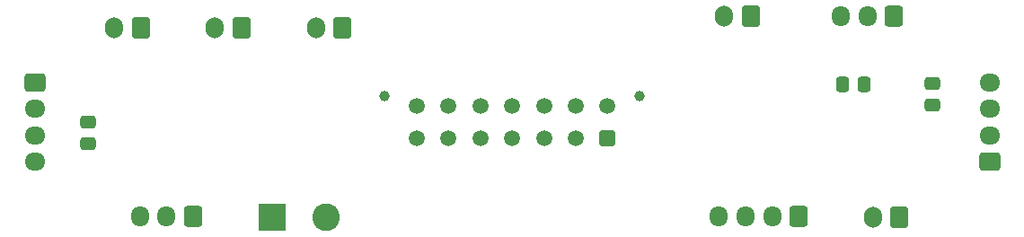
<source format=gbr>
%TF.GenerationSoftware,KiCad,Pcbnew,(6.0.0)*%
%TF.CreationDate,2022-05-14T21:45:35-04:00*%
%TF.ProjectId,V0-UmbilicalBoard,56302d55-6d62-4696-9c69-63616c426f61,rev?*%
%TF.SameCoordinates,Original*%
%TF.FileFunction,Soldermask,Bot*%
%TF.FilePolarity,Negative*%
%FSLAX46Y46*%
G04 Gerber Fmt 4.6, Leading zero omitted, Abs format (unit mm)*
G04 Created by KiCad (PCBNEW (6.0.0)) date 2022-05-14 21:45:35*
%MOMM*%
%LPD*%
G01*
G04 APERTURE LIST*
G04 Aperture macros list*
%AMRoundRect*
0 Rectangle with rounded corners*
0 $1 Rounding radius*
0 $2 $3 $4 $5 $6 $7 $8 $9 X,Y pos of 4 corners*
0 Add a 4 corners polygon primitive as box body*
4,1,4,$2,$3,$4,$5,$6,$7,$8,$9,$2,$3,0*
0 Add four circle primitives for the rounded corners*
1,1,$1+$1,$2,$3*
1,1,$1+$1,$4,$5*
1,1,$1+$1,$6,$7*
1,1,$1+$1,$8,$9*
0 Add four rect primitives between the rounded corners*
20,1,$1+$1,$2,$3,$4,$5,0*
20,1,$1+$1,$4,$5,$6,$7,0*
20,1,$1+$1,$6,$7,$8,$9,0*
20,1,$1+$1,$8,$9,$2,$3,0*%
G04 Aperture macros list end*
%ADD10C,1.000000*%
%ADD11RoundRect,0.250000X0.500000X0.500000X-0.500000X0.500000X-0.500000X-0.500000X0.500000X-0.500000X0*%
%ADD12C,1.500000*%
%ADD13RoundRect,0.250000X0.600000X0.750000X-0.600000X0.750000X-0.600000X-0.750000X0.600000X-0.750000X0*%
%ADD14O,1.700000X2.000000*%
%ADD15RoundRect,0.250000X0.600000X0.725000X-0.600000X0.725000X-0.600000X-0.725000X0.600000X-0.725000X0*%
%ADD16O,1.700000X1.950000*%
%ADD17R,2.600000X2.600000*%
%ADD18C,2.600000*%
%ADD19RoundRect,0.250000X0.725000X-0.600000X0.725000X0.600000X-0.725000X0.600000X-0.725000X-0.600000X0*%
%ADD20O,1.950000X1.700000*%
%ADD21RoundRect,0.250000X-0.725000X0.600000X-0.725000X-0.600000X0.725000X-0.600000X0.725000X0.600000X0*%
%ADD22RoundRect,0.250000X0.475000X-0.337500X0.475000X0.337500X-0.475000X0.337500X-0.475000X-0.337500X0*%
%ADD23RoundRect,0.250000X0.337500X0.475000X-0.337500X0.475000X-0.337500X-0.475000X0.337500X-0.475000X0*%
%ADD24RoundRect,0.250000X-0.475000X0.337500X-0.475000X-0.337500X0.475000X-0.337500X0.475000X0.337500X0*%
G04 APERTURE END LIST*
D10*
%TO.C,J1*%
X88000000Y-97560000D03*
X112000000Y-97560000D03*
D11*
X109000000Y-101500000D03*
D12*
X106000000Y-101500000D03*
X103000000Y-101500000D03*
X100000000Y-101500000D03*
X97000000Y-101500000D03*
X94000000Y-101500000D03*
X91000000Y-101500000D03*
X109000000Y-98500000D03*
X106000000Y-98500000D03*
X103000000Y-98500000D03*
X100000000Y-98500000D03*
X97000000Y-98500000D03*
X94000000Y-98500000D03*
X91000000Y-98500000D03*
%TD*%
D13*
%TO.C,J3*%
X74500000Y-91110000D03*
D14*
X72000000Y-91110000D03*
%TD*%
D13*
%TO.C,J4*%
X84000000Y-91110000D03*
D14*
X81500000Y-91110000D03*
%TD*%
D13*
%TO.C,J6*%
X65000000Y-91110000D03*
D14*
X62500000Y-91110000D03*
%TD*%
D13*
%TO.C,J7*%
X122500000Y-90000000D03*
D14*
X120000000Y-90000000D03*
%TD*%
D13*
%TO.C,J8*%
X136500000Y-109000000D03*
D14*
X134000000Y-109000000D03*
%TD*%
D15*
%TO.C,J2*%
X127000000Y-108890000D03*
D16*
X124500000Y-108890000D03*
X122000000Y-108890000D03*
X119500000Y-108890000D03*
%TD*%
D17*
%TO.C,J5*%
X77420000Y-109000000D03*
D18*
X82500000Y-109000000D03*
%TD*%
D15*
%TO.C,J9*%
X136000000Y-90000000D03*
D16*
X133500000Y-90000000D03*
X131000000Y-90000000D03*
%TD*%
D19*
%TO.C,J10*%
X145000000Y-103750000D03*
D20*
X145000000Y-101250000D03*
X145000000Y-98750000D03*
X145000000Y-96250000D03*
%TD*%
D21*
%TO.C,J11*%
X55000000Y-96250000D03*
D20*
X55000000Y-98750000D03*
X55000000Y-101250000D03*
X55000000Y-103750000D03*
%TD*%
D22*
%TO.C,C1*%
X139600000Y-98400000D03*
X139600000Y-96325000D03*
%TD*%
D23*
%TO.C,C2*%
X133200000Y-96400000D03*
X131125000Y-96400000D03*
%TD*%
D24*
%TO.C,C3*%
X60000000Y-99962500D03*
X60000000Y-102037500D03*
%TD*%
D15*
%TO.C,J12*%
X69928000Y-108890000D03*
D16*
X67428000Y-108890000D03*
X64928000Y-108890000D03*
%TD*%
M02*

</source>
